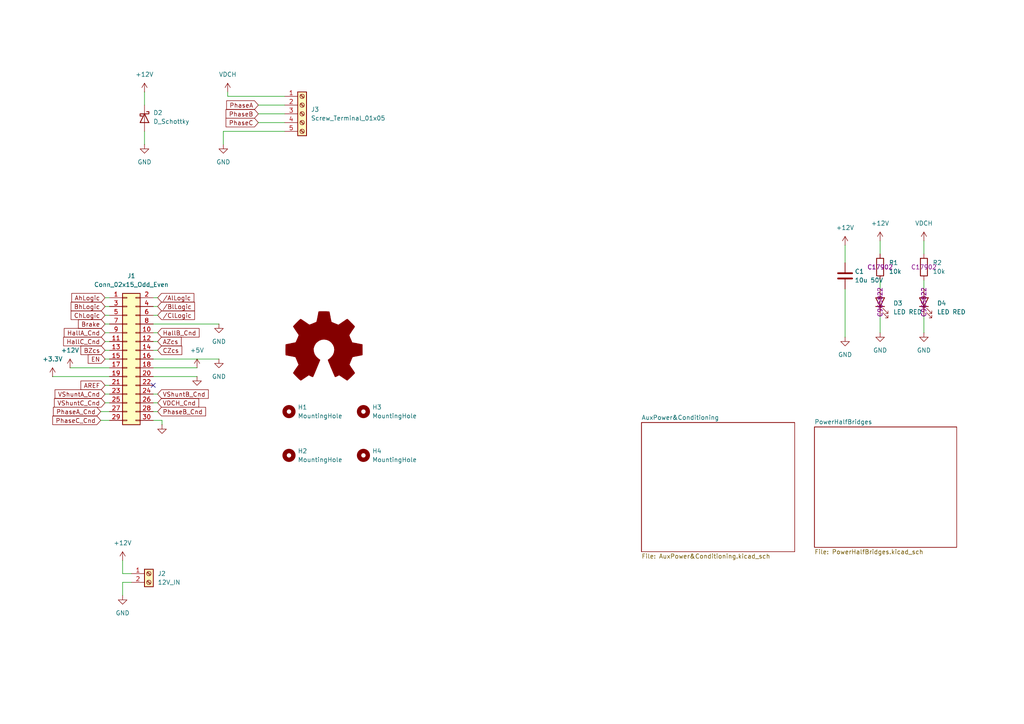
<source format=kicad_sch>
(kicad_sch (version 20250114) (generator "eeschema") (generator_version "9.0")
  (paper "A4")
  (lib_symbols
    (symbol "Connector:Screw_Terminal_01x02" (pin_names (offset 1.016) (hide yes))
      (property "Reference" "J" (at 0 2.54 0))
      (property "Value" "Screw_Terminal_01x02" (at 0 -5.08 0))
      (symbol "Screw_Terminal_01x02_1_1"
        (rectangle (start -1.27 1.27) (end 1.27 -3.81) (stroke (width 0.254)) (fill (type background)))
        (polyline (pts (xy -0.5334 0.3302) (xy 0.3302 -0.508)) (stroke (width 0.1524)))
        (polyline (pts (xy -0.5334 -2.2098) (xy 0.3302 -3.048)) (stroke (width 0.1524)))
        (polyline (pts (xy -0.3556 0.508) (xy 0.508 -0.3302)) (stroke (width 0.1524)))
        (polyline (pts (xy -0.3556 -2.032) (xy 0.508 -2.8702)) (stroke (width 0.1524)))
        (circle (center 0 0) (radius 0.635) (stroke (width 0.1524)))
        (circle (center 0 -2.54) (radius 0.635) (stroke (width 0.1524)))
        (pin passive line (at -5.08 0 0) (length 3.81) (name "Pin_1") (number "1"))
        (pin passive line (at -5.08 -2.54 0) (length 3.81) (name "Pin_2") (number "2"))
      )
    )
    (symbol "Connector:Screw_Terminal_01x05" (pin_names (offset 1.016) (hide yes))
      (property "Reference" "J" (at 0 7.62 0))
      (property "Value" "Screw_Terminal_01x05" (at 0 -7.62 0))
      (symbol "Screw_Terminal_01x05_1_1"
        (rectangle (start -1.27 6.35) (end 1.27 -6.35) (stroke (width 0.254)) (fill (type background)))
        (polyline (pts (xy -0.5334 5.4102) (xy 0.3302 4.572)) (stroke (width 0.1524)))
        (polyline (pts (xy -0.5334 2.8702) (xy 0.3302 2.032)) (stroke (width 0.1524)))
        (polyline (pts (xy -0.5334 0.3302) (xy 0.3302 -0.508)) (stroke (width 0.1524)))
        (polyline (pts (xy -0.5334 -2.2098) (xy 0.3302 -3.048)) (stroke (width 0.1524)))
        (polyline (pts (xy -0.5334 -4.7498) (xy 0.3302 -5.588)) (stroke (width 0.1524)))
        (polyline (pts (xy -0.3556 5.588) (xy 0.508 4.7498)) (stroke (width 0.1524)))
        (polyline (pts (xy -0.3556 3.048) (xy 0.508 2.2098)) (stroke (width 0.1524)))
        (polyline (pts (xy -0.3556 0.508) (xy 0.508 -0.3302)) (stroke (width 0.1524)))
        (polyline (pts (xy -0.3556 -2.032) (xy 0.508 -2.8702)) (stroke (width 0.1524)))
        (polyline (pts (xy -0.3556 -4.572) (xy 0.508 -5.4102)) (stroke (width 0.1524)))
        (circle (center 0 5.08) (radius 0.635) (stroke (width 0.1524)))
        (circle (center 0 2.54) (radius 0.635) (stroke (width 0.1524)))
        (circle (center 0 0) (radius 0.635) (stroke (width 0.1524)))
        (circle (center 0 -2.54) (radius 0.635) (stroke (width 0.1524)))
        (circle (center 0 -5.08) (radius 0.635) (stroke (width 0.1524)))
        (pin passive line (at -5.08 5.08 0) (length 3.81) (name "Pin_1") (number "1"))
        (pin passive line (at -5.08 2.54 0) (length 3.81) (name "Pin_2") (number "2"))
        (pin passive line (at -5.08 0 0) (length 3.81) (name "Pin_3") (number "3"))
        (pin passive line (at -5.08 -2.54 0) (length 3.81) (name "Pin_4") (number "4"))
        (pin passive line (at -5.08 -5.08 0) (length 3.81) (name "Pin_5") (number "5"))
      )
    )
    (symbol "Connector_Generic:Conn_02x15_Odd_Even" (pin_names (offset 1.016) (hide yes))
      (property "Reference" "J" (at 1.27 20.32 0))
      (property "Value" "Conn_02x15_Odd_Even" (at 1.27 -20.32 0))
      (symbol "Conn_02x15_Odd_Even_1_1"
        (rectangle (start -1.27 19.05) (end 3.81 -19.05) (stroke (width 0.254)) (fill (type background)))
        (rectangle (start -1.27 17.907) (end 0 17.653) (stroke (width 0.1524)))
        (rectangle (start -1.27 15.367) (end 0 15.113) (stroke (width 0.1524)))
        (rectangle (start -1.27 12.827) (end 0 12.573) (stroke (width 0.1524)))
        (rectangle (start -1.27 10.287) (end 0 10.033) (stroke (width 0.1524)))
        (rectangle (start -1.27 7.747) (end 0 7.493) (stroke (width 0.1524)))
        (rectangle (start -1.27 5.207) (end 0 4.953) (stroke (width 0.1524)))
        (rectangle (start -1.27 2.667) (end 0 2.413) (stroke (width 0.1524)))
        (rectangle (start -1.27 0.127) (end 0 -0.127) (stroke (width 0.1524)))
        (rectangle (start -1.27 -2.413) (end 0 -2.667) (stroke (width 0.1524)))
        (rectangle (start -1.27 -4.953) (end 0 -5.207) (stroke (width 0.1524)))
        (rectangle (start -1.27 -7.493) (end 0 -7.747) (stroke (width 0.1524)))
        (rectangle (start -1.27 -10.033) (end 0 -10.287) (stroke (width 0.1524)))
        (rectangle (start -1.27 -12.573) (end 0 -12.827) (stroke (width 0.1524)))
        (rectangle (start -1.27 -15.113) (end 0 -15.367) (stroke (width 0.1524)))
        (rectangle (start -1.27 -17.653) (end 0 -17.907) (stroke (width 0.1524)))
        (rectangle (start 3.81 17.907) (end 2.54 17.653) (stroke (width 0.1524)))
        (rectangle (start 3.81 15.367) (end 2.54 15.113) (stroke (width 0.1524)))
        (rectangle (start 3.81 12.827) (end 2.54 12.573) (stroke (width 0.1524)))
        (rectangle (start 3.81 10.287) (end 2.54 10.033) (stroke (width 0.1524)))
        (rectangle (start 3.81 7.747) (end 2.54 7.493) (stroke (width 0.1524)))
        (rectangle (start 3.81 5.207) (end 2.54 4.953) (stroke (width 0.1524)))
        (rectangle (start 3.81 2.667) (end 2.54 2.413) (stroke (width 0.1524)))
        (rectangle (start 3.81 0.127) (end 2.54 -0.127) (stroke (width 0.1524)))
        (rectangle (start 3.81 -2.413) (end 2.54 -2.667) (stroke (width 0.1524)))
        (rectangle (start 3.81 -4.953) (end 2.54 -5.207) (stroke (width 0.1524)))
        (rectangle (start 3.81 -7.493) (end 2.54 -7.747) (stroke (width 0.1524)))
        (rectangle (start 3.81 -10.033) (end 2.54 -10.287) (stroke (width 0.1524)))
        (rectangle (start 3.81 -12.573) (end 2.54 -12.827) (stroke (width 0.1524)))
        (rectangle (start 3.81 -15.113) (end 2.54 -15.367) (stroke (width 0.1524)))
        (rectangle (start 3.81 -17.653) (end 2.54 -17.907) (stroke (width 0.1524)))
        (pin passive line (at -5.08 17.78 0) (length 3.81) (name "Pin_1") (number "1"))
        (pin passive line (at -5.08 15.24 0) (length 3.81) (name "Pin_3") (number "3"))
        (pin passive line (at -5.08 12.7 0) (length 3.81) (name "Pin_5") (number "5"))
        (pin passive line (at -5.08 10.16 0) (length 3.81) (name "Pin_7") (number "7"))
        (pin passive line (at -5.08 7.62 0) (length 3.81) (name "Pin_9") (number "9"))
        (pin passive line (at -5.08 5.08 0) (length 3.81) (name "Pin_11") (number "11"))
        (pin passive line (at -5.08 2.54 0) (length 3.81) (name "Pin_13") (number "13"))
        (pin passive line (at -5.08 0 0) (length 3.81) (name "Pin_15") (number "15"))
        (pin passive line (at -5.08 -2.54 0) (length 3.81) (name "Pin_17") (number "17"))
        (pin passive line (at -5.08 -5.08 0) (length 3.81) (name "Pin_19") (number "19"))
        (pin passive line (at -5.08 -7.62 0) (length 3.81) (name "Pin_21") (number "21"))
        (pin passive line (at -5.08 -10.16 0) (length 3.81) (name "Pin_23") (number "23"))
        (pin passive line (at -5.08 -12.7 0) (length 3.81) (name "Pin_25") (number "25"))
        (pin passive line (at -5.08 -15.24 0) (length 3.81) (name "Pin_27") (number "27"))
        (pin passive line (at -5.08 -17.78 0) (length 3.81) (name "Pin_29") (number "29"))
        (pin passive line (at 7.62 17.78 180) (length 3.81) (name "Pin_2") (number "2"))
        (pin passive line (at 7.62 15.24 180) (length 3.81) (name "Pin_4") (number "4"))
        (pin passive line (at 7.62 12.7 180) (length 3.81) (name "Pin_6") (number "6"))
        (pin passive line (at 7.62 10.16 180) (length 3.81) (name "Pin_8") (number "8"))
        (pin passive line (at 7.62 7.62 180) (length 3.81) (name "Pin_10") (number "10"))
        (pin passive line (at 7.62 5.08 180) (length 3.81) (name "Pin_12") (number "12"))
        (pin passive line (at 7.62 2.54 180) (length 3.81) (name "Pin_14") (number "14"))
        (pin passive line (at 7.62 0 180) (length 3.81) (name "Pin_16") (number "16"))
        (pin passive line (at 7.62 -2.54 180) (length 3.81) (name "Pin_18") (number "18"))
        (pin passive line (at 7.62 -5.08 180) (length 3.81) (name "Pin_20") (number "20"))
        (pin passive line (at 7.62 -7.62 180) (length 3.81) (name "Pin_22") (number "22"))
        (pin passive line (at 7.62 -10.16 180) (length 3.81) (name "Pin_24") (number "24"))
        (pin passive line (at 7.62 -12.7 180) (length 3.81) (name "Pin_26") (number "26"))
        (pin passive line (at 7.62 -15.24 180) (length 3.81) (name "Pin_28") (number "28"))
        (pin passive line (at 7.62 -17.78 180) (length 3.81) (name "Pin_30") (number "30"))
      )
    )
    (symbol "Device:C" (pin_numbers (hide yes)) (pin_names (offset 0.254))
      (property "Reference" "C" (at 0.635 2.54 0))
      (property "Value" "C" (at 0.635 -2.54 0))
      (symbol "C_0_1"
        (polyline (pts (xy -2.032 0.762) (xy 2.032 0.762)) (stroke (width 0.508)))
        (polyline (pts (xy -2.032 -0.762) (xy 2.032 -0.762)) (stroke (width 0.508)))
      )
      (symbol "C_1_1"
        (pin passive line (at 0 3.81 270) (length 2.794) (name "~") (number "1"))
        (pin passive line (at 0 -3.81 90) (length 2.794) (name "~") (number "2"))
      )
    )
    (symbol "Device:D_Schottky" (pin_numbers (hide yes)) (pin_names (offset 1.016) (hide yes))
      (property "Reference" "D" (at 0 2.54 0))
      (property "Value" "D_Schottky" (at 0 -2.54 0))
      (symbol "D_Schottky_0_1"
        (polyline (pts (xy -1.905 0.635) (xy -1.905 1.27) (xy -1.27 1.27) (xy -1.27 -1.27) (xy -0.635 -1.27) (xy -0.635 -0.635)) (stroke (width 0.254)))
        (polyline (pts (xy 1.27 1.27) (xy 1.27 -1.27) (xy -1.27 0) (xy 1.27 1.27)) (stroke (width 0.254)))
        (polyline (pts (xy 1.27 0) (xy -1.27 0)))
      )
      (symbol "D_Schottky_1_1"
        (pin passive line (at -3.81 0 0) (length 2.54) (name "K") (number "1"))
        (pin passive line (at 3.81 0 180) (length 2.54) (name "A") (number "2"))
      )
    )
    (symbol "Device:LED" (pin_numbers (hide yes)) (pin_names (offset 1.016) (hide yes))
      (property "Reference" "D" (at 0 2.54 0))
      (property "Value" "LED" (at 0 -2.54 0))
      (symbol "LED_0_1"
        (polyline (pts (xy -3.048 -0.762) (xy -4.572 -2.286) (xy -3.81 -2.286) (xy -4.572 -2.286) (xy -4.572 -1.524)))
        (polyline (pts (xy -1.778 -0.762) (xy -3.302 -2.286) (xy -2.54 -2.286) (xy -3.302 -2.286) (xy -3.302 -1.524)))
        (polyline (pts (xy -1.27 0) (xy 1.27 0)))
        (polyline (pts (xy -1.27 -1.27) (xy -1.27 1.27)) (stroke (width 0.254)))
        (polyline (pts (xy 1.27 -1.27) (xy 1.27 1.27) (xy -1.27 0) (xy 1.27 -1.27)) (stroke (width 0.254)))
      )
      (symbol "LED_1_1"
        (pin passive line (at -3.81 0 0) (length 2.54) (name "K") (number "1"))
        (pin passive line (at 3.81 0 180) (length 2.54) (name "A") (number "2"))
      )
    )
    (symbol "Device:R" (pin_numbers (hide yes)) (pin_names (offset 0))
      (property "Reference" "R" (at 2.032 0 90))
      (property "Value" "R" (at 0 0 90))
      (symbol "R_0_1"
        (rectangle (start -1.016 -2.54) (end 1.016 2.54) (stroke (width 0.254)))
      )
      (symbol "R_1_1"
        (pin passive line (at 0 3.81 270) (length 1.27) (name "~") (number "1"))
        (pin passive line (at 0 -3.81 90) (length 1.27) (name "~") (number "2"))
      )
    )
    (symbol "Graphic:Logo_Open_Hardware_Large" (in_bom no) (on_board no)
      (symbol "Logo_Open_Hardware_Large_1_1"
        (polyline (pts (xy 6.731 -8.7122) (xy 6.6294 -8.6614) (xy 6.35 -8.4836) (xy 5.9944 -8.255) (xy 5.5372 -7.9502) (xy 5.1054 -7.6454) (xy 4.7498 -7.4168) (xy 4.4958 -7.239) (xy 4.3942 -7.1882) (xy 4.318 -7.2136) (xy 4.1148 -7.3152) (xy 3.81 -7.4676) (xy 3.6322 -7.5692) (xy 3.3528 -7.6708) (xy 3.2258 -7.6962) (xy 3.2004 -7.6708) (xy 3.0988 -7.4676) (xy 2.9464 -7.0866) (xy 2.7178 -6.604) (xy 2.4892 -6.0452) (xy 2.2352 -5.4356) (xy 1.9558 -4.826) (xy 1.7272 -4.2164) (xy 1.4986 -3.683) (xy 1.3208 -3.2512) (xy 1.2192 -2.9464) (xy 1.1684 -2.8194) (xy 1.1938 -2.794) (xy 1.3208 -2.667) (xy 1.5748 -2.4892) (xy 2.0828 -2.0574) (xy 2.6162 -1.397) (xy 2.921 -0.6604) (xy 3.048 0.1524) (xy 2.9464 0.9144) (xy 2.6416 1.6256) (xy 2.1336 2.286) (xy 1.524 2.7686) (xy 0.8128 3.0734) (xy 0 3.175) (xy -0.762 3.0988) (xy -1.4986 2.794) (xy -2.159 2.286) (xy -2.4384 1.9812) (xy -2.8194 1.3208) (xy -3.048 0.6096) (xy -3.0734 0.4318) (xy -3.0226 -0.3556) (xy -2.794 -1.0922) (xy -2.3876 -1.7526) (xy -1.8288 -2.3114) (xy -1.7526 -2.3622) (xy -1.4732 -2.5654) (xy -1.2954 -2.6924) (xy -1.1684 -2.8194) (xy -2.159 -5.207) (xy -2.3114 -5.588) (xy -2.5908 -6.2484) (xy -2.8194 -6.8072) (xy -3.0226 -7.2644) (xy -3.1496 -7.5692) (xy -3.2258 -7.6708) (xy -3.2258 -7.6962) (xy -3.302 -7.6962) (xy -3.4798 -7.6454) (xy -3.8354 -7.4676) (xy -4.0386 -7.366) (xy -4.2926 -7.239) (xy -4.4196 -7.1882) (xy -4.5212 -7.239) (xy -4.7498 -7.3914) (xy -5.1054 -7.6454) (xy -5.5372 -7.9248) (xy -5.9436 -8.2042) (xy -6.3246 -8.4582) (xy -6.604 -8.636) (xy -6.731 -8.7122) (xy -6.7564 -8.7122) (xy -6.858 -8.636) (xy -7.0866 -8.4582) (xy -7.4168 -8.1534) (xy -7.874 -7.6962) (xy -7.9502 -7.62) (xy -8.3312 -7.239) (xy -8.636 -6.9088) (xy -8.8392 -6.6802) (xy -8.9154 -6.5786) (xy -8.9154 -6.5786) (xy -8.8392 -6.4516) (xy -8.6614 -6.1722) (xy -8.4328 -5.7912) (xy -8.128 -5.3594) (xy -7.3152 -4.191) (xy -7.7724 -3.0988) (xy -7.8994 -2.7686) (xy -8.0772 -2.3622) (xy -8.2042 -2.0828) (xy -8.255 -1.9558) (xy -8.382 -1.905) (xy -8.6614 -1.8542) (xy -9.0932 -1.7526) (xy -9.6266 -1.651) (xy -10.1092 -1.5748) (xy -10.541 -1.4732) (xy -10.8712 -1.4224) (xy -11.0236 -1.397) (xy -11.049 -1.3716) (xy -11.0744 -1.2954) (xy -11.0998 -1.143) (xy -11.0998 -0.889) (xy -11.1252 -0.4572) (xy -11.1252 0.1524) (xy -11.1252 0.2286) (xy -11.0998 0.8128) (xy -11.0998 1.27) (xy -11.0744 1.5494) (xy -11.0744 1.6764) (xy -11.0744 1.6764) (xy -10.922 1.7018) (xy -10.6172 1.778) (xy -10.16 1.8542) (xy -9.652 1.9558) (xy -9.6012 1.9812) (xy -9.0932 2.0828) (xy -8.636 2.159) (xy -8.3312 2.2352) (xy -8.2042 2.286) (xy -8.1788 2.3114) (xy -8.0772 2.5146) (xy -7.9248 2.8448) (xy -7.747 3.2512) (xy -7.5692 3.6576) (xy -7.4168 4.0386) (xy -7.3152 4.318) (xy -7.2898 4.445) (xy -7.2898 4.445) (xy -7.366 4.572) (xy -7.5438 4.826) (xy -7.7978 5.207) (xy -8.128 5.6642) (xy -8.128 5.6896) (xy -8.4328 6.1468) (xy -8.6868 6.5278) (xy -8.8392 6.7818) (xy -8.9154 6.9088) (xy -8.9154 6.9088) (xy -8.8138 7.0358) (xy -8.5852 7.2898) (xy -8.255 7.6454) (xy -7.874 8.0264) (xy -7.747 8.1534) (xy -7.3152 8.5852) (xy -7.0104 8.8646) (xy -6.8326 8.9916) (xy -6.731 9.0424) (xy -6.731 9.0424) (xy -6.604 8.9408) (xy -6.3246 8.763) (xy -5.9436 8.509) (xy -5.4864 8.2042) (xy -5.461 8.1788) (xy -5.0038 7.874) (xy -4.6482 7.62) (xy -4.3688 7.4422) (xy -4.2672 7.3914) (xy -4.2418 7.3914) (xy -4.064 7.4422) (xy -3.7338 7.5438) (xy -3.3528 7.6962) (xy -2.9464 7.874) (xy -2.5654 8.0264) (xy -2.286 8.1534) (xy -2.159 8.2296) (xy -2.159 8.2296) (xy -2.1082 8.382) (xy -2.032 8.7122) (xy -1.9304 9.1694) (xy -1.8288 9.7282) (xy -1.8034 9.8044) (xy -1.7018 10.3378) (xy -1.6256 10.7696) (xy -1.5748 11.0744) (xy -1.524 11.2014) (xy -1.4478 11.2268) (xy -1.1938 11.2522) (xy -0.8128 11.2522) (xy -0.3302 11.2522) (xy 0.1524 11.2522) (xy 0.6604 11.2522) (xy 1.0668 11.2268) (xy 1.3716 11.2014) (xy 1.4986 11.176) (xy 1.4986 11.176) (xy 1.5494 11.0236) (xy 1.6256 10.6934) (xy 1.7018 10.2108) (xy 1.8288 9.6774) (xy 1.8288 9.5758) (xy 1.9304 9.0424) (xy 2.032 8.6106) (xy 2.0828 8.3058) (xy 2.1336 8.2042) (xy 2.159 8.1788) (xy 2.3876 8.0772) (xy 2.7432 7.9248) (xy 3.175 7.747) (xy 4.191 7.3406) (xy 5.461 8.2042) (xy 5.5626 8.2804) (xy 6.0198 8.5852) (xy 6.3754 8.8392) (xy 6.6294 8.9916) (xy 6.7564 9.0424) (xy 6.7564 9.0424) (xy 6.8834 8.9408) (xy 7.1374 8.7122) (xy 7.4676 8.382) (xy 7.8486 7.9756) (xy 8.1534 7.6962) (xy 8.4836 7.3406) (xy 8.7122 7.112) (xy 8.8392 6.9596) (xy 8.8646 6.858) (xy 8.8646 6.8072) (xy 8.7884 6.6802) (xy 8.6106 6.4008) (xy 8.3312 6.0198) (xy 8.0264 5.588) (xy 7.7978 5.207) (xy 7.5184 4.8006) (xy 7.3406 4.4958) (xy 7.2898 4.3434) (xy 7.2898 4.2926) (xy 7.3914 4.0386) (xy 7.5184 3.683) (xy 7.7216 3.2258) (xy 8.1534 2.2352) (xy 8.7884 2.1082) (xy 9.1948 2.0574) (xy 9.7536 1.9304) (xy 10.2616 1.8288) (xy 11.0998 1.6764) (xy 11.1252 -1.3208) (xy 10.9982 -1.3716) (xy 10.8712 -1.397) (xy 10.5664 -1.4732) (xy 10.1346 -1.5494) (xy 9.6266 -1.651) (xy 9.1948 -1.7272) (xy 8.7376 -1.8288) (xy 8.4328 -1.8796) (xy 8.2804 -1.905) (xy 8.255 -1.9558) (xy 8.1534 -2.159) (xy 7.9756 -2.5146) (xy 7.8232 -2.921) (xy 7.6454 -3.3274) (xy 7.493 -3.7338) (xy 7.366 -4.0132) (xy 7.3406 -4.191) (xy 7.3914 -4.2926) (xy 7.5692 -4.5466) (xy 7.7978 -4.9276) (xy 8.1026 -5.3594) (xy 8.4074 -5.7912) (xy 8.6614 -6.1722) (xy 8.8138 -6.4262) (xy 8.89 -6.5532) (xy 8.8646 -6.6548) (xy 8.6868 -6.858) (xy 8.3566 -7.1882) (xy 7.874 -7.6708) (xy 7.7978 -7.747) (xy 7.3914 -8.128) (xy 7.0612 -8.4328) (xy 6.8326 -8.636) (xy 6.731 -8.7122)) (fill (type outline)))
      )
    )
    (symbol "Mechanical:MountingHole" (pin_names (offset 1.016)) (exclude_from_sim yes) (in_bom no)
      (property "Reference" "H" (at 0 5.08 0))
      (property "Value" "MountingHole" (at 0 3.175 0))
      (symbol "MountingHole_0_1"
        (circle (center 0 0) (radius 1.27) (stroke (width 1.27)))
      )
    )
    (symbol "power:+12V" (power) (pin_numbers (hide yes)) (pin_names (offset 0) (hide yes))
      (property "Value" "+12V" (at 0 3.556 0))
      (symbol "+12V_0_1"
        (polyline (pts (xy -0.762 1.27) (xy 0 2.54)))
        (polyline (pts (xy 0 2.54) (xy 0.762 1.27)))
        (polyline (pts (xy 0 0) (xy 0 2.54)))
      )
      (symbol "+12V_1_1"
        (pin power_in line (at 0 0 90) (length 0) (name "~") (number "1"))
      )
    )
    (symbol "power:+3.3V" (power) (pin_numbers (hide yes)) (pin_names (offset 0) (hide yes))
      (property "Value" "+3.3V" (at 0 3.556 0))
      (symbol "+3.3V_0_1"
        (polyline (pts (xy -0.762 1.27) (xy 0 2.54)))
        (polyline (pts (xy 0 2.54) (xy 0.762 1.27)))
        (polyline (pts (xy 0 0) (xy 0 2.54)))
      )
      (symbol "+3.3V_1_1"
        (pin power_in line (at 0 0 90) (length 0) (name "~") (number "1"))
      )
    )
    (symbol "power:+5V" (power) (pin_numbers (hide yes)) (pin_names (offset 0) (hide yes))
      (property "Value" "+5V" (at 0 3.556 0))
      (symbol "+5V_0_1"
        (polyline (pts (xy -0.762 1.27) (xy 0 2.54)))
        (polyline (pts (xy 0 2.54) (xy 0.762 1.27)))
        (polyline (pts (xy 0 0) (xy 0 2.54)))
      )
      (symbol "+5V_1_1"
        (pin power_in line (at 0 0 90) (length 0) (name "~") (number "1"))
      )
    )
    (symbol "power:GND" (power) (pin_numbers (hide yes)) (pin_names (offset 0) (hide yes))
      (property "Value" "GND" (at 0 -3.81 0))
      (symbol "GND_0_1"
        (polyline (pts (xy 0 0) (xy 0 -1.27) (xy 1.27 -1.27) (xy 0 -2.54) (xy -1.27 -1.27) (xy 0 -1.27)))
      )
      (symbol "GND_1_1"
        (pin power_in line (at 0 0 270) (length 0) (name "~") (number "1"))
      )
    )
    (symbol "power:VAA" (power) (pin_numbers (hide yes)) (pin_names (offset 0) (hide yes))
      (property "Value" "VAA" (at 0 3.556 0))
      (symbol "VAA_0_1"
        (polyline (pts (xy -0.762 1.27) (xy 0 2.54)))
        (polyline (pts (xy 0 2.54) (xy 0.762 1.27)))
        (polyline (pts (xy 0 0) (xy 0 2.54)))
      )
      (symbol "VAA_1_1"
        (pin power_in line (at 0 0 90) (length 0) (name "~") (number "1"))
      )
    )
  )
  (no_connect (at 44.45 111.76))
  (wire (pts (xy 44.45 106.68) (xy 57.15 106.68)))
  (wire (pts (xy 30.48 86.36) (xy 31.75 86.36)))
  (wire (pts (xy 30.48 91.44) (xy 31.75 91.44)))
  (wire (pts (xy 30.48 96.52) (xy 31.75 96.52)))
  (wire (pts (xy 44.45 91.44) (xy 45.72 91.44)))
  (wire (pts (xy 44.45 104.14) (xy 63.5 104.14)))
  (wire (pts (xy 20.32 106.68) (xy 31.75 106.68)))
  (wire (pts (xy 44.45 99.06) (xy 45.72 99.06)))
  (wire (pts (xy 30.48 111.76) (xy 31.75 111.76)))
  (wire (pts (xy 74.93 30.48) (xy 82.55 30.48)))
  (wire (pts (xy 29.21 119.38) (xy 31.75 119.38)))
  (wire (pts (xy 35.56 162.56) (xy 35.56 166.37)))
  (wire (pts (xy 245.11 71.12) (xy 245.11 76.2)))
  (wire (pts (xy 35.56 166.37) (xy 38.1 166.37)))
  (wire (pts (xy 64.77 38.1) (xy 82.55 38.1)))
  (wire (pts (xy 44.45 101.6) (xy 45.72 101.6)))
  (wire (pts (xy 267.97 81.28) (xy 267.97 83.82)))
  (wire (pts (xy 30.48 88.9) (xy 31.75 88.9)))
  (wire (pts (xy 245.11 83.82) (xy 245.11 97.79)))
  (wire (pts (xy 44.45 109.22) (xy 57.15 109.22)))
  (wire (pts (xy 30.48 104.14) (xy 31.75 104.14)))
  (wire (pts (xy 30.48 101.6) (xy 31.75 101.6)))
  (wire (pts (xy 29.21 121.92) (xy 31.75 121.92)))
  (wire (pts (xy 64.77 41.91) (xy 64.77 38.1)))
  (wire (pts (xy 66.04 27.94) (xy 82.55 27.94)))
  (wire (pts (xy 46.99 121.92) (xy 44.45 121.92)))
  (wire (pts (xy 30.48 114.3) (xy 31.75 114.3)))
  (wire (pts (xy 255.27 81.28) (xy 255.27 83.82)))
  (wire (pts (xy 66.04 27.94) (xy 66.04 26.67)))
  (wire (pts (xy 30.48 99.06) (xy 31.75 99.06)))
  (wire (pts (xy 15.24 109.22) (xy 31.75 109.22)))
  (wire (pts (xy 255.27 69.85) (xy 255.27 73.66)))
  (wire (pts (xy 44.45 96.52) (xy 45.72 96.52)))
  (wire (pts (xy 30.48 116.84) (xy 31.75 116.84)))
  (wire (pts (xy 45.72 114.3) (xy 44.45 114.3)))
  (wire (pts (xy 44.45 116.84) (xy 45.72 116.84)))
  (wire (pts (xy 44.45 86.36) (xy 45.72 86.36)))
  (wire (pts (xy 267.97 91.44) (xy 267.97 96.52)))
  (wire (pts (xy 267.97 73.66) (xy 267.97 69.85)))
  (wire (pts (xy 41.91 26.67) (xy 41.91 30.48)))
  (wire (pts (xy 74.93 35.56) (xy 82.55 35.56)))
  (wire (pts (xy 44.45 119.38) (xy 45.72 119.38)))
  (wire (pts (xy 74.93 33.02) (xy 82.55 33.02)))
  (wire (pts (xy 44.45 93.98) (xy 63.5 93.98)))
  (wire (pts (xy 46.99 123.19) (xy 46.99 121.92)))
  (wire (pts (xy 35.56 172.72) (xy 35.56 168.91)))
  (wire (pts (xy 255.27 91.44) (xy 255.27 96.52)))
  (wire (pts (xy 35.56 168.91) (xy 38.1 168.91)))
  (wire (pts (xy 44.45 88.9) (xy 45.72 88.9)))
  (wire (pts (xy 41.91 38.1) (xy 41.91 41.91)))
  (wire (pts (xy 30.48 93.98) (xy 31.75 93.98)))
  (global_label "{slash}BlLogic" (shape input) (at 45.72 88.9 0) (property "Intersheetrefs" "${INTERSHEET_REFS}" (effects (hide yes))))
  (global_label "AhLogic" (shape input) (at 30.48 86.36 180) (property "Intersheetrefs" "${INTERSHEET_REFS}" (effects (hide yes))))
  (global_label "BZcs" (shape input) (at 30.48 101.6 180) (property "Intersheetrefs" "${INTERSHEET_REFS}" (effects (hide yes))))
  (global_label "{slash}AlLogic" (shape input) (at 45.72 86.36 0) (property "Intersheetrefs" "${INTERSHEET_REFS}" (effects (hide yes))))
  (global_label "AREF" (shape input) (at 30.48 111.76 180) (property "Intersheetrefs" "${INTERSHEET_REFS}" (effects (hide yes))))
  (global_label "{slash}ClLogic" (shape input) (at 45.72 91.44 0) (property "Intersheetrefs" "${INTERSHEET_REFS}" (effects (hide yes))))
  (global_label "PhaseC_Cnd" (shape input) (at 29.21 121.92 180) (property "Intersheetrefs" "${INTERSHEET_REFS}" (effects (hide yes))))
  (global_label "PhaseB" (shape input) (at 74.93 33.02 180) (property "Intersheetrefs" "${INTERSHEET_REFS}" (effects (hide yes))))
  (global_label "Brake" (shape input) (at 30.48 93.98 180) (property "Intersheetrefs" "${INTERSHEET_REFS}" (effects (hide yes))))
  (global_label "HallB_Cnd" (shape input) (at 45.72 96.52 0) (property "Intersheetrefs" "${INTERSHEET_REFS}" (effects (hide yes))))
  (global_label "VShuntB_Cnd" (shape input) (at 45.72 114.3 0) (property "Intersheetrefs" "${INTERSHEET_REFS}" (effects (hide yes))))
  (global_label "VDCH_Cnd" (shape input) (at 45.72 116.84 0) (property "Intersheetrefs" "${INTERSHEET_REFS}" (effects (hide yes))))
  (global_label "HallA_Cnd" (shape input) (at 30.48 96.52 180) (property "Intersheetrefs" "${INTERSHEET_REFS}" (effects (hide yes))))
  (global_label "AZcs" (shape input) (at 45.72 99.06 0) (property "Intersheetrefs" "${INTERSHEET_REFS}" (effects (hide yes))))
  (global_label "HallC_Cnd" (shape input) (at 30.48 99.06 180) (property "Intersheetrefs" "${INTERSHEET_REFS}" (effects (hide yes))))
  (global_label "BhLogic" (shape input) (at 30.48 88.9 180) (property "Intersheetrefs" "${INTERSHEET_REFS}" (effects (hide yes))))
  (global_label "CZcs" (shape input) (at 45.72 101.6 0) (property "Intersheetrefs" "${INTERSHEET_REFS}" (effects (hide yes))))
  (global_label "VShuntC_Cnd" (shape input) (at 30.48 116.84 180) (property "Intersheetrefs" "${INTERSHEET_REFS}" (effects (hide yes))))
  (global_label "EN" (shape input) (at 30.48 104.14 180) (property "Intersheetrefs" "${INTERSHEET_REFS}" (effects (hide yes))))
  (global_label "PhaseC" (shape input) (at 74.93 35.56 180) (property "Intersheetrefs" "${INTERSHEET_REFS}" (effects (hide yes))))
  (global_label "PhaseB_Cnd" (shape input) (at 45.72 119.38 0) (property "Intersheetrefs" "${INTERSHEET_REFS}" (effects (hide yes))))
  (global_label "ChLogic" (shape input) (at 30.48 91.44 180) (property "Intersheetrefs" "${INTERSHEET_REFS}" (effects (hide yes))))
  (global_label "PhaseA" (shape input) (at 74.93 30.48 180) (property "Intersheetrefs" "${INTERSHEET_REFS}" (effects (hide yes))))
  (global_label "VShuntA_Cnd" (shape input) (at 30.48 114.3 180) (property "Intersheetrefs" "${INTERSHEET_REFS}" (effects (hide yes))))
  (global_label "PhaseA_Cnd" (shape input) (at 29.21 119.38 180) (property "Intersheetrefs" "${INTERSHEET_REFS}" (effects (hide yes))))
  (symbol (lib_id "Mechanical:MountingHole") (at 83.82 132.08 0) (unit 1) (in_bom no)
    (property "Reference" "H2" (at 86.36 130.8099 0) (effects (justify left)))
    (property "Value" "MountingHole" (at 86.36 133.3499 0) (effects (justify left)))
    (property "Footprint" "MountingHole:MountingHole_3.2mm_M3_DIN965" (effects (hide yes)))
    (property "Description" "Mounting Hole without connection" (effects (hide yes)))
  )
  (symbol (lib_id "power:+12V") (at 255.27 69.85 0) (unit 1)
    (property "Reference" "#PWR018" (effects (hide yes)))
    (property "Value" "+12V" (at 255.27 64.77 0))
    (property "Description" "Power symbol creates a global label with name \"+12V\"" (effects (hide yes)))
  )
  (symbol (lib_id "power:+5V") (at 57.15 106.68 0) (unit 1)
    (property "Reference" "#PWR010" (effects (hide yes)))
    (property "Value" "+5V" (at 57.15 101.6 0))
    (property "Description" "Power symbol creates a global label with name \"+5V\"" (effects (hide yes)))
  )
  (symbol (lib_id "Connector_Generic:Conn_02x15_Odd_Even") (at 36.83 104.14 0) (unit 1) (in_bom no)
    (property "Reference" "J1" (at 38.1 80.01 0))
    (property "Value" "Conn_02x15_Odd_Even" (at 38.1 82.55 0))
    (property "Footprint" "Connector_IDC:IDC-Header_2x15_P2.54mm_Vertical" (effects (hide yes)))
    (property "Description" "Generic connector, double row, 02x15, odd/even pin numbering scheme (row 1 odd numbers, row 2 even numbers), script generated (kicad-library-utils/schlib/autogen/connector/)" (effects (hide yes)))
  )
  (symbol (lib_id "power:VAA") (at 66.04 26.67 0) (unit 1)
    (property "Reference" "#PWR015" (effects (hide yes)))
    (property "Value" "VDCH" (at 66.04 21.59 0))
    (property "Description" "Power symbol creates a global label with name \"VAA\"" (effects (hide yes)))
  )
  (symbol (lib_id "power:GND") (at 46.99 123.19 0) (mirror y) (unit 1)
    (property "Reference" "#PWR09" (effects (hide yes)))
    (property "Value" "GND" (effects (hide yes)))
    (property "Description" "Power symbol creates a global label with name \"GND\" , ground" (effects (hide yes)))
  )
  (symbol (lib_id "power:GND") (at 245.11 97.79 0) (unit 1)
    (property "Reference" "#PWR017" (effects (hide yes)))
    (property "Value" "GND" (at 245.11 102.87 0))
    (property "Description" "Power symbol creates a global label with name \"GND\" , ground" (effects (hide yes)))
  )
  (symbol (lib_id "power:+12V") (at 35.56 162.56 0) (unit 1)
    (property "Reference" "#PWR05" (effects (hide yes)))
    (property "Value" "+12V" (at 35.56 157.48 0))
    (property "Description" "Power symbol creates a global label with name \"+12V\"" (effects (hide yes)))
  )
  (symbol (lib_id "power:+3.3V") (at 15.24 109.22 0) (unit 1)
    (property "Reference" "#PWR01" (effects (hide yes)))
    (property "Value" "+3.3V" (at 15.24 104.14 0))
    (property "Description" "Power symbol creates a global label with name \"+3.3V\"" (effects (hide yes)))
  )
  (symbol (lib_id "power:GND") (at 63.5 104.14 0) (mirror y) (unit 1)
    (property "Reference" "#PWR013" (effects (hide yes)))
    (property "Value" "GND" (at 63.5 109.22 0))
    (property "Description" "Power symbol creates a global label with name \"GND\" , ground" (effects (hide yes)))
  )
  (symbol (lib_id "Device:C") (at 245.11 80.01 0) (unit 1)
    (property "Reference" "C1" (at 247.904 78.74 0) (effects (justify left)))
    (property "Value" "10u 50V" (at 247.904 81.28 0) (effects (justify left)))
    (property "Footprint" "Capacitor_SMD:C_1206_3216Metric" (effects (hide yes)))
    (property "Description" "Unpolarized capacitor" (effects (hide yes)))
    (property "LCSC Part" "C13585" (effects (hide yes)))
  )
  (symbol (lib_id "power:GND") (at 63.5 93.98 0) (mirror y) (unit 1)
    (property "Reference" "#PWR012" (effects (hide yes)))
    (property "Value" "GND" (at 63.5 99.06 0))
    (property "Description" "Power symbol creates a global label with name \"GND\" , ground" (effects (hide yes)))
  )
  (symbol (lib_id "Device:LED") (at 267.97 87.63 90) (unit 1)
    (property "Reference" "D4" (at 271.78 87.9474 90) (effects (justify right)))
    (property "Value" "LED RED" (at 271.78 90.4874 90) (effects (justify right)))
    (property "Footprint" "LED_SMD:LED_1206_3216Metric_Pad1.42x1.75mm_HandSolder" (effects (hide yes)))
    (property "Description" "Light emitting diode" (effects (hide yes)))
    (property "Sim.Pins" "1=K 2=A" (effects (hide yes)))
    (property "LCSC Part" "C965822" (at 267.97 87.63 0))
  )
  (symbol (lib_id "power:GND") (at 35.56 172.72 0) (unit 1)
    (property "Reference" "#PWR06" (effects (hide yes)))
    (property "Value" "GND" (at 35.56 177.8 0))
    (property "Description" "Power symbol creates a global label with name \"GND\" , ground" (effects (hide yes)))
  )
  (symbol (lib_id "Connector:Screw_Terminal_01x05") (at 87.63 33.02 0) (unit 1) (in_bom no)
    (property "Reference" "J3" (at 90.17 31.7499 0) (effects (justify left)))
    (property "Value" "Screw_Terminal_01x05" (at 90.17 34.2899 0) (effects (justify left)))
    (property "Footprint" "LibMain:PowerConn_01x05_P20" (effects (hide yes)))
    (property "Description" "Generic screw terminal, single row, 01x05, script generated (kicad-library-utils/schlib/autogen/connector/)" (effects (hide yes)))
  )
  (symbol (lib_id "Mechanical:MountingHole") (at 105.41 132.08 0) (unit 1) (in_bom no)
    (property "Reference" "H4" (at 107.95 130.8099 0) (effects (justify left)))
    (property "Value" "MountingHole" (at 107.95 133.3499 0) (effects (justify left)))
    (property "Footprint" "MountingHole:MountingHole_3.2mm_M3_DIN965" (effects (hide yes)))
    (property "Description" "Mounting Hole without connection" (effects (hide yes)))
  )
  (symbol (lib_id "power:+12V") (at 245.11 71.12 0) (unit 1)
    (property "Reference" "#PWR016" (effects (hide yes)))
    (property "Value" "+12V" (at 245.11 66.04 0))
    (property "Description" "Power symbol creates a global label with name \"+12V\"" (effects (hide yes)))
  )
  (symbol (lib_id "Device:D_Schottky") (at 41.91 34.29 270) (unit 1) (in_bom no)
    (property "Reference" "D2" (at 44.45 32.7024 90) (effects (justify left)))
    (property "Value" "D_Schottky" (at 44.45 35.2424 90) (effects (justify left)))
    (property "Footprint" "Diode_SMD:D_SMC-RM10_Universal_Handsoldering" (effects (hide yes)))
    (property "Description" "Schottky diode" (effects (hide yes)))
  )
  (symbol (lib_id "power:GND") (at 57.15 109.22 0) (mirror y) (unit 1)
    (property "Reference" "#PWR011" (effects (hide yes)))
    (property "Value" "GND" (effects (hide yes)))
    (property "Description" "Power symbol creates a global label with name \"GND\" , ground" (effects (hide yes)))
  )
  (symbol (lib_id "power:GND") (at 267.97 96.52 0) (unit 1)
    (property "Reference" "#PWR021" (effects (hide yes)))
    (property "Value" "GND" (at 267.97 101.6 0))
    (property "Description" "Power symbol creates a global label with name \"GND\" , ground" (effects (hide yes)))
  )
  (symbol (lib_id "Device:R") (at 267.97 77.47 0) (unit 1)
    (property "Reference" "R2" (at 270.51 76.1999 0) (effects (justify left)))
    (property "Value" "10k" (at 270.51 78.7399 0) (effects (justify left)))
    (property "Footprint" "Resistor_SMD:R_1206_3216Metric" (effects (hide yes)))
    (property "Description" "Resistor" (effects (hide yes)))
    (property "LCSC Part" "C17902" (at 267.97 77.47 0))
  )
  (symbol (lib_id "power:+12V") (at 41.91 26.67 0) (unit 1)
    (property "Reference" "#PWR07" (effects (hide yes)))
    (property "Value" "+12V" (at 41.91 21.59 0))
    (property "Description" "Power symbol creates a global label with name \"+12V\"" (effects (hide yes)))
  )
  (symbol (lib_id "Connector:Screw_Terminal_01x02") (at 43.18 166.37 0) (unit 1) (in_bom no)
    (property "Reference" "J2" (at 45.72 166.3699 0) (effects (justify left)))
    (property "Value" "12V_IN" (at 45.72 168.9099 0) (effects (justify left)))
    (property "Footprint" "TerminalBlock_Phoenix:TerminalBlock_Phoenix_PT-1,5-2-3.5-H_1x02_P3.50mm_Horizontal" (effects (hide yes)))
    (property "Description" "Generic screw terminal, single row, 01x02, script generated (kicad-library-utils/schlib/autogen/connector/)" (effects (hide yes)))
  )
  (symbol (lib_id "Device:LED") (at 255.27 87.63 90) (unit 1)
    (property "Reference" "D3" (at 259.08 87.9474 90) (effects (justify right)))
    (property "Value" "LED RED" (at 259.08 90.4874 90) (effects (justify right)))
    (property "Footprint" "LED_SMD:LED_1206_3216Metric_Pad1.42x1.75mm_HandSolder" (effects (hide yes)))
    (property "Description" "Light emitting diode" (effects (hide yes)))
    (property "Sim.Pins" "1=K 2=A" (effects (hide yes)))
    (property "LCSC Part" "C965822" (at 255.27 87.63 0))
  )
  (symbol (lib_id "Device:R") (at 255.27 77.47 0) (unit 1)
    (property "Reference" "R1" (at 257.81 76.1999 0) (effects (justify left)))
    (property "Value" "10k" (at 257.81 78.7399 0) (effects (justify left)))
    (property "Footprint" "Resistor_SMD:R_1206_3216Metric" (effects (hide yes)))
    (property "Description" "Resistor" (effects (hide yes)))
    (property "LCSC Part" "C17902" (at 255.27 77.47 0))
  )
  (symbol (lib_id "power:GND") (at 255.27 96.52 0) (unit 1)
    (property "Reference" "#PWR019" (effects (hide yes)))
    (property "Value" "GND" (at 255.27 101.6 0))
    (property "Description" "Power symbol creates a global label with name \"GND\" , ground" (effects (hide yes)))
  )
  (symbol (lib_id "power:VAA") (at 267.97 69.85 0) (unit 1)
    (property "Reference" "#PWR020" (effects (hide yes)))
    (property "Value" "VDCH" (at 267.97 64.77 0))
    (property "Description" "Power symbol creates a global label with name \"VAA\"" (effects (hide yes)))
  )
  (symbol (lib_id "Graphic:Logo_Open_Hardware_Large") (at 93.98 101.6 0) (unit 1) (in_bom no)
    (property "Reference" "H5" (effects (hide yes)))
    (property "Value" "Logo_Open_Hardware_Large" (effects (hide yes)))
    (property "Footprint" "LibMain:MadeWithKicad" (effects (hide yes)))
    (property "Description" "Open Hardware logo, large" (effects (hide yes)))
  )
  (symbol (lib_id "Mechanical:MountingHole") (at 83.82 119.38 0) (unit 1) (in_bom no)
    (property "Reference" "H1" (at 86.36 118.1099 0) (effects (justify left)))
    (property "Value" "MountingHole" (at 86.36 120.6499 0) (effects (justify left)))
    (property "Footprint" "MountingHole:MountingHole_3.2mm_M3_DIN965" (effects (hide yes)))
    (property "Description" "Mounting Hole without connection" (effects (hide yes)))
  )
  (symbol (lib_id "power:GND") (at 64.77 41.91 0) (mirror y) (unit 1)
    (property "Reference" "#PWR014" (effects (hide yes)))
    (property "Value" "GND" (at 64.77 46.99 0))
    (property "Description" "Power symbol creates a global label with name \"GND\" , ground" (effects (hide yes)))
  )
  (symbol (lib_id "Mechanical:MountingHole") (at 105.41 119.38 0) (unit 1) (in_bom no)
    (property "Reference" "H3" (at 107.95 118.1099 0) (effects (justify left)))
    (property "Value" "MountingHole" (at 107.95 120.6499 0) (effects (justify left)))
    (property "Footprint" "MountingHole:MountingHole_3.2mm_M3_DIN965" (effects (hide yes)))
    (property "Description" "Mounting Hole without connection" (effects (hide yes)))
  )
  (symbol (lib_id "power:+12V") (at 20.32 106.68 0) (unit 1)
    (property "Reference" "#PWR02" (effects (hide yes)))
    (property "Value" "+12V" (at 20.32 101.6 0))
    (property "Description" "Power symbol creates a global label with name \"+12V\"" (effects (hide yes)))
  )
  (symbol (lib_id "power:GND") (at 41.91 41.91 0) (unit 1)
    (property "Reference" "#PWR08" (effects (hide yes)))
    (property "Value" "GND" (at 41.91 46.99 0))
    (property "Description" "Power symbol creates a global label with name \"GND\" , ground" (effects (hide yes)))
  )
  (sheet (at 186.055 122.555) (size 44.45 37.465) (stroke (width 0.1524))
    (property "Sheetname" "AuxPower&Conditioning" (at 186.055 121.8434 0) (effects (justify left bottom)))
    (property "Sheetfile" "AuxPower&Conditioning.kicad_sch" (at 186.055 160.6046 0) (effects (justify left top)))
  )
  (sheet (at 236.22 123.825) (size 41.275 34.925) (stroke (width 0.1524))
    (property "Sheetname" "PowerHalfBridges" (at 236.22 123.1134 0) (effects (justify left bottom)))
    (property "Sheetfile" "PowerHalfBridges.kicad_sch" (at 236.22 159.3346 0) (effects (justify left top)))
  )
)
</source>
